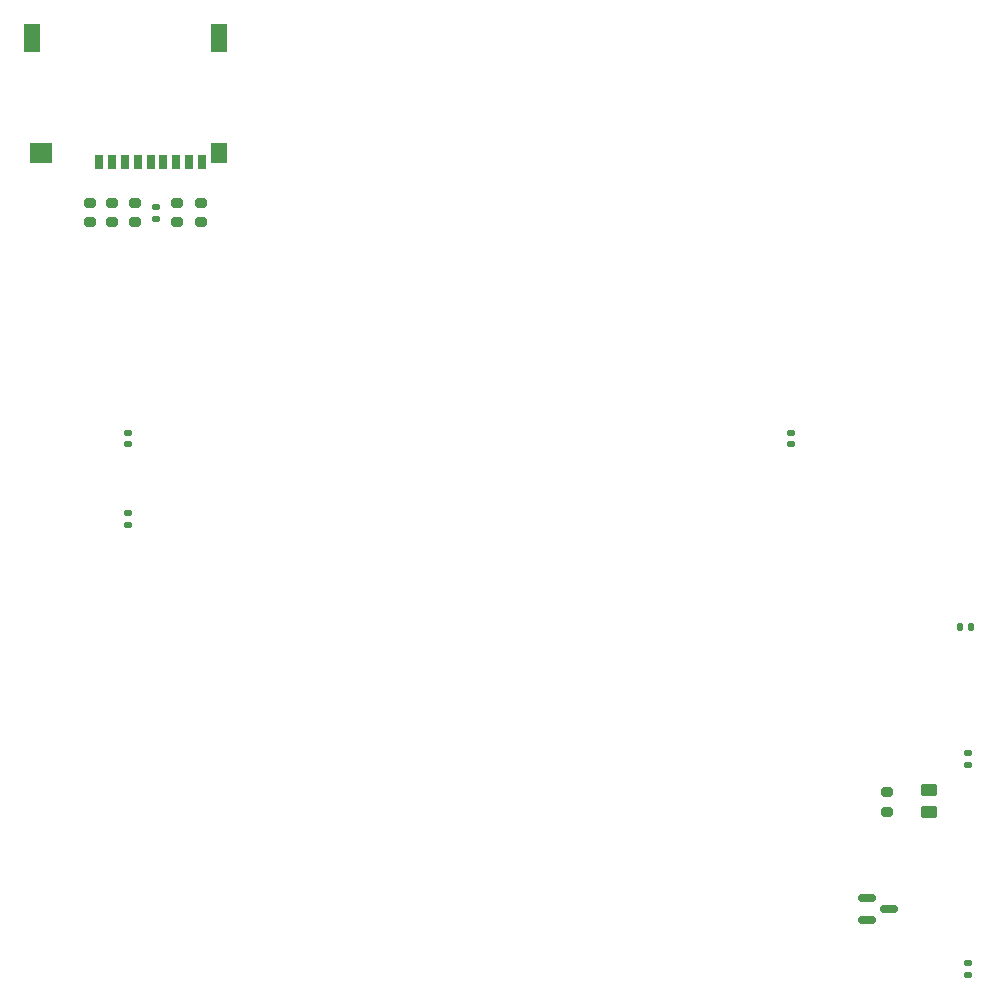
<source format=gtp>
G04 #@! TF.GenerationSoftware,KiCad,Pcbnew,(6.0.10)*
G04 #@! TF.CreationDate,2023-01-30T13:48:55-05:00*
G04 #@! TF.ProjectId,door_counter_circuit,646f6f72-5f63-46f7-956e-7465725f6369,rev?*
G04 #@! TF.SameCoordinates,Original*
G04 #@! TF.FileFunction,Paste,Top*
G04 #@! TF.FilePolarity,Positive*
%FSLAX46Y46*%
G04 Gerber Fmt 4.6, Leading zero omitted, Abs format (unit mm)*
G04 Created by KiCad (PCBNEW (6.0.10)) date 2023-01-30 13:48:55*
%MOMM*%
%LPD*%
G01*
G04 APERTURE LIST*
G04 Aperture macros list*
%AMRoundRect*
0 Rectangle with rounded corners*
0 $1 Rounding radius*
0 $2 $3 $4 $5 $6 $7 $8 $9 X,Y pos of 4 corners*
0 Add a 4 corners polygon primitive as box body*
4,1,4,$2,$3,$4,$5,$6,$7,$8,$9,$2,$3,0*
0 Add four circle primitives for the rounded corners*
1,1,$1+$1,$2,$3*
1,1,$1+$1,$4,$5*
1,1,$1+$1,$6,$7*
1,1,$1+$1,$8,$9*
0 Add four rect primitives between the rounded corners*
20,1,$1+$1,$2,$3,$4,$5,0*
20,1,$1+$1,$4,$5,$6,$7,0*
20,1,$1+$1,$6,$7,$8,$9,0*
20,1,$1+$1,$8,$9,$2,$3,0*%
G04 Aperture macros list end*
%ADD10RoundRect,0.250000X-0.450000X0.262500X-0.450000X-0.262500X0.450000X-0.262500X0.450000X0.262500X0*%
%ADD11RoundRect,0.140000X-0.170000X0.140000X-0.170000X-0.140000X0.170000X-0.140000X0.170000X0.140000X0*%
%ADD12R,0.700000X1.300000*%
%ADD13R,1.447800X1.651000*%
%ADD14R,1.447800X2.438400*%
%ADD15R,1.854200X1.651000*%
%ADD16RoundRect,0.140000X-0.140000X-0.170000X0.140000X-0.170000X0.140000X0.170000X-0.140000X0.170000X0*%
%ADD17RoundRect,0.200000X0.275000X-0.200000X0.275000X0.200000X-0.275000X0.200000X-0.275000X-0.200000X0*%
%ADD18RoundRect,0.200000X-0.275000X0.200000X-0.275000X-0.200000X0.275000X-0.200000X0.275000X0.200000X0*%
%ADD19RoundRect,0.150000X-0.587500X-0.150000X0.587500X-0.150000X0.587500X0.150000X-0.587500X0.150000X0*%
G04 APERTURE END LIST*
D10*
X156718000Y-119483500D03*
X156718000Y-121308500D03*
D11*
X91276000Y-70117492D03*
X91276000Y-71077492D03*
D12*
X86416200Y-66284800D03*
X87516200Y-66284800D03*
X88616200Y-66284800D03*
X89716200Y-66284800D03*
X90816200Y-66284800D03*
X91916200Y-66284800D03*
X93016200Y-66284800D03*
X94116200Y-66284800D03*
X95216200Y-66284800D03*
D13*
X96634600Y-65511000D03*
D14*
X96634600Y-55811000D03*
X80809800Y-55811000D03*
D15*
X81584800Y-65511000D03*
D11*
X160020000Y-134140000D03*
X160020000Y-135100000D03*
D16*
X159314000Y-105664000D03*
X160274000Y-105664000D03*
D17*
X89471000Y-71366000D03*
X89471000Y-69716000D03*
X87566000Y-71366000D03*
X87566000Y-69716000D03*
D11*
X88900000Y-96040000D03*
X88900000Y-97000000D03*
X88900000Y-89210000D03*
X88900000Y-90170000D03*
D18*
X153162000Y-119634000D03*
X153162000Y-121284000D03*
D11*
X145034000Y-89199672D03*
X145034000Y-90159672D03*
D19*
X153337500Y-129540000D03*
X151462500Y-130490000D03*
X151462500Y-128590000D03*
D11*
X160020000Y-116360000D03*
X160020000Y-117320000D03*
D17*
X95106000Y-71366000D03*
X95106000Y-69716000D03*
X93091000Y-71366000D03*
X93091000Y-69716000D03*
X85661000Y-71366000D03*
X85661000Y-69716000D03*
M02*

</source>
